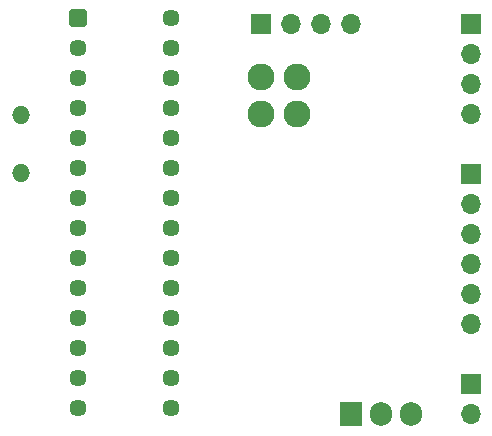
<source format=gbr>
%TF.GenerationSoftware,KiCad,Pcbnew,7.0.10*%
%TF.CreationDate,2024-04-21T18:35:41+05:30*%
%TF.ProjectId,ESDP_Final,45534450-5f46-4696-9e61-6c2e6b696361,rev?*%
%TF.SameCoordinates,Original*%
%TF.FileFunction,Soldermask,Bot*%
%TF.FilePolarity,Negative*%
%FSLAX46Y46*%
G04 Gerber Fmt 4.6, Leading zero omitted, Abs format (unit mm)*
G04 Created by KiCad (PCBNEW 7.0.10) date 2024-04-21 18:35:41*
%MOMM*%
%LPD*%
G01*
G04 APERTURE LIST*
G04 Aperture macros list*
%AMRoundRect*
0 Rectangle with rounded corners*
0 $1 Rounding radius*
0 $2 $3 $4 $5 $6 $7 $8 $9 X,Y pos of 4 corners*
0 Add a 4 corners polygon primitive as box body*
4,1,4,$2,$3,$4,$5,$6,$7,$8,$9,$2,$3,0*
0 Add four circle primitives for the rounded corners*
1,1,$1+$1,$2,$3*
1,1,$1+$1,$4,$5*
1,1,$1+$1,$6,$7*
1,1,$1+$1,$8,$9*
0 Add four rect primitives between the rounded corners*
20,1,$1+$1,$2,$3,$4,$5,0*
20,1,$1+$1,$4,$5,$6,$7,0*
20,1,$1+$1,$6,$7,$8,$9,0*
20,1,$1+$1,$8,$9,$2,$3,0*%
G04 Aperture macros list end*
%ADD10O,1.524000X1.524000*%
%ADD11R,1.700000X1.700000*%
%ADD12O,1.700000X1.700000*%
%ADD13RoundRect,0.102000X-0.625000X-0.625000X0.625000X-0.625000X0.625000X0.625000X-0.625000X0.625000X0*%
%ADD14C,1.454000*%
%ADD15R,1.905000X2.000000*%
%ADD16O,1.905000X2.000000*%
%ADD17C,2.286000*%
G04 APERTURE END LIST*
D10*
%TO.C,16MHZ_C1*%
X139700000Y-73760000D03*
X139700000Y-78640000D03*
%TD*%
D11*
%TO.C,J1*%
X177800000Y-96520000D03*
D12*
X177800000Y-99060000D03*
%TD*%
D13*
%TO.C,U3*%
X144526000Y-65575000D03*
D14*
X144526000Y-68115000D03*
X144526000Y-70655000D03*
X144526000Y-73195000D03*
X144526000Y-75735000D03*
X144526000Y-78275000D03*
X144526000Y-80815000D03*
X144526000Y-83355000D03*
X144526000Y-85895000D03*
X144526000Y-88435000D03*
X144526000Y-90975000D03*
X144526000Y-93515000D03*
X144526000Y-96055000D03*
X144526000Y-98595000D03*
X152400000Y-98595000D03*
X152400000Y-96055000D03*
X152400000Y-93515000D03*
X152400000Y-90975000D03*
X152400000Y-88435000D03*
X152400000Y-85895000D03*
X152400000Y-83355000D03*
X152400000Y-80815000D03*
X152400000Y-78275000D03*
X152400000Y-75735000D03*
X152400000Y-73195000D03*
X152400000Y-70655000D03*
X152400000Y-68115000D03*
X152400000Y-65575000D03*
%TD*%
D11*
%TO.C,OLED1*%
X160020000Y-66040000D03*
D12*
X162560000Y-66040000D03*
X165100000Y-66040000D03*
X167640000Y-66040000D03*
%TD*%
D15*
%TO.C,L7805*%
X167640000Y-99060000D03*
D16*
X170180000Y-99060000D03*
X172720000Y-99060000D03*
%TD*%
D11*
%TO.C,TCOO500*%
X177800000Y-78740000D03*
D12*
X177800000Y-81280000D03*
X177800000Y-83820000D03*
X177800000Y-86360000D03*
X177800000Y-88900000D03*
X177800000Y-91440000D03*
%TD*%
D11*
%TO.C,MQ135*%
X177800000Y-66040000D03*
D12*
X177800000Y-68580000D03*
X177800000Y-71120000D03*
X177800000Y-73660000D03*
%TD*%
D17*
%TO.C,MG812*%
X160020000Y-70560000D03*
X163120000Y-70560000D03*
X163120000Y-73660000D03*
X160020000Y-73660000D03*
%TD*%
M02*

</source>
